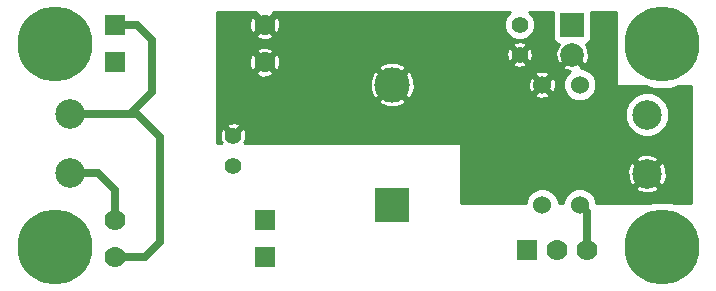
<source format=gbl>
G04 (created by PCBNEW-RS274X (2012-01-19 BZR 3256)-stable) date 7/9/2012 4:42:01 PM*
G01*
G70*
G90*
%MOIN*%
G04 Gerber Fmt 3.4, Leading zero omitted, Abs format*
%FSLAX34Y34*%
G04 APERTURE LIST*
%ADD10C,0.006000*%
%ADD11C,0.098400*%
%ADD12C,0.060000*%
%ADD13C,0.070000*%
%ADD14R,0.070000X0.070000*%
%ADD15C,0.055000*%
%ADD16R,0.118100X0.118100*%
%ADD17C,0.118100*%
%ADD18C,0.250000*%
%ADD19R,0.078700X0.078700*%
%ADD20C,0.078700*%
%ADD21C,0.025000*%
%ADD22C,0.010000*%
G04 APERTURE END LIST*
G54D10*
G54D11*
X41000Y-26200D03*
X41000Y-24231D03*
X60250Y-24250D03*
X60250Y-26219D03*
G54D12*
X58000Y-27250D03*
X58000Y-23250D03*
X56750Y-27250D03*
X56750Y-23250D03*
G54D13*
X47500Y-22500D03*
G54D14*
X42500Y-22500D03*
G54D13*
X47500Y-21250D03*
G54D14*
X42500Y-21250D03*
G54D13*
X42500Y-27750D03*
G54D14*
X47500Y-27750D03*
G54D13*
X42500Y-29000D03*
G54D14*
X47500Y-29000D03*
G54D15*
X56000Y-21250D03*
X56000Y-22250D03*
G54D16*
X51750Y-27250D03*
G54D17*
X51750Y-23250D03*
G54D18*
X40500Y-21900D03*
X60750Y-21900D03*
X40500Y-28650D03*
X60750Y-28650D03*
G54D13*
X58250Y-28750D03*
X57250Y-28750D03*
G54D14*
X56250Y-28750D03*
G54D19*
X57750Y-21250D03*
G54D20*
X57750Y-22250D03*
G54D15*
X46450Y-25950D03*
X46450Y-24950D03*
G54D21*
X42500Y-26750D02*
X42500Y-27750D01*
X41950Y-26200D02*
X42500Y-26750D01*
X41000Y-26200D02*
X41950Y-26200D01*
X44000Y-28500D02*
X43500Y-29000D01*
X44000Y-25000D02*
X44000Y-28500D01*
X43019Y-24231D02*
X43750Y-23500D01*
X43750Y-23500D02*
X43750Y-21750D01*
X43231Y-24231D02*
X44000Y-25000D01*
X41000Y-24231D02*
X43019Y-24231D01*
X43250Y-21250D02*
X42500Y-21250D01*
X43500Y-29000D02*
X42500Y-29000D01*
X41000Y-24231D02*
X43231Y-24231D01*
X43750Y-21750D02*
X43250Y-21250D01*
X58250Y-28750D02*
X58250Y-27500D01*
X58250Y-27500D02*
X58000Y-27250D01*
G54D10*
G36*
X61700Y-27200D02*
X61168Y-27200D01*
X61050Y-27151D01*
X60992Y-27150D01*
X60992Y-24398D01*
X60992Y-24103D01*
X60879Y-23830D01*
X60671Y-23621D01*
X60398Y-23508D01*
X60103Y-23508D01*
X59830Y-23621D01*
X59621Y-23829D01*
X59508Y-24102D01*
X59508Y-24397D01*
X59621Y-24670D01*
X59829Y-24879D01*
X60102Y-24992D01*
X60397Y-24992D01*
X60670Y-24879D01*
X60879Y-24671D01*
X60992Y-24398D01*
X60992Y-27150D01*
X60903Y-27150D01*
X60903Y-26324D01*
X60894Y-26066D01*
X60814Y-25872D01*
X60722Y-25818D01*
X60651Y-25889D01*
X60651Y-25747D01*
X60597Y-25655D01*
X60355Y-25566D01*
X60097Y-25575D01*
X59903Y-25655D01*
X59849Y-25747D01*
X60250Y-26148D01*
X60651Y-25747D01*
X60651Y-25889D01*
X60321Y-26219D01*
X60722Y-26620D01*
X60814Y-26566D01*
X60903Y-26324D01*
X60903Y-27150D01*
X60651Y-27150D01*
X60651Y-26691D01*
X60250Y-26290D01*
X60179Y-26361D01*
X60179Y-26219D01*
X59778Y-25818D01*
X59686Y-25872D01*
X59597Y-26114D01*
X59606Y-26372D01*
X59686Y-26566D01*
X59778Y-26620D01*
X60179Y-26219D01*
X60179Y-26361D01*
X59849Y-26691D01*
X59903Y-26783D01*
X60145Y-26872D01*
X60403Y-26863D01*
X60597Y-26783D01*
X60651Y-26691D01*
X60651Y-27150D01*
X60453Y-27150D01*
X60332Y-27200D01*
X58549Y-27200D01*
X58549Y-27141D01*
X58549Y-23359D01*
X58549Y-23141D01*
X58465Y-22939D01*
X58311Y-22785D01*
X58306Y-22782D01*
X58109Y-22701D01*
X58054Y-22701D01*
X58081Y-22652D01*
X57750Y-22321D01*
X57679Y-22392D01*
X57419Y-22652D01*
X57462Y-22732D01*
X57668Y-22806D01*
X57535Y-22939D01*
X57451Y-23141D01*
X57451Y-23359D01*
X57535Y-23561D01*
X57689Y-23715D01*
X57891Y-23799D01*
X58109Y-23799D01*
X58311Y-23715D01*
X58465Y-23561D01*
X58549Y-23359D01*
X58549Y-27141D01*
X58465Y-26939D01*
X58311Y-26785D01*
X58109Y-26701D01*
X57891Y-26701D01*
X57689Y-26785D01*
X57535Y-26939D01*
X57451Y-27141D01*
X57451Y-27200D01*
X57299Y-27200D01*
X57299Y-27141D01*
X57215Y-26939D01*
X57215Y-23311D01*
X57203Y-23128D01*
X57157Y-23016D01*
X57086Y-22985D01*
X57015Y-23056D01*
X57015Y-22914D01*
X56984Y-22843D01*
X56811Y-22785D01*
X56628Y-22797D01*
X56516Y-22843D01*
X56485Y-22914D01*
X56750Y-23179D01*
X57015Y-22914D01*
X57015Y-23056D01*
X56821Y-23250D01*
X57086Y-23515D01*
X57157Y-23484D01*
X57215Y-23311D01*
X57215Y-26939D01*
X57061Y-26785D01*
X57015Y-26765D01*
X57015Y-23586D01*
X56750Y-23321D01*
X56679Y-23392D01*
X56679Y-23250D01*
X56442Y-23013D01*
X56442Y-22304D01*
X56429Y-22131D01*
X56387Y-22031D01*
X56317Y-22003D01*
X56247Y-22073D01*
X56247Y-21933D01*
X56219Y-21863D01*
X56054Y-21808D01*
X55881Y-21821D01*
X55781Y-21863D01*
X55753Y-21933D01*
X56000Y-22179D01*
X56247Y-21933D01*
X56247Y-22073D01*
X56071Y-22250D01*
X56317Y-22497D01*
X56387Y-22469D01*
X56442Y-22304D01*
X56442Y-23013D01*
X56414Y-22985D01*
X56343Y-23016D01*
X56285Y-23189D01*
X56297Y-23372D01*
X56343Y-23484D01*
X56414Y-23515D01*
X56679Y-23250D01*
X56679Y-23392D01*
X56485Y-23586D01*
X56516Y-23657D01*
X56689Y-23715D01*
X56872Y-23703D01*
X56984Y-23657D01*
X57015Y-23586D01*
X57015Y-26765D01*
X56859Y-26701D01*
X56641Y-26701D01*
X56439Y-26785D01*
X56285Y-26939D01*
X56247Y-27030D01*
X56247Y-22567D01*
X56000Y-22321D01*
X55929Y-22391D01*
X55929Y-22250D01*
X55683Y-22003D01*
X55613Y-22031D01*
X55558Y-22196D01*
X55571Y-22369D01*
X55613Y-22469D01*
X55683Y-22497D01*
X55929Y-22250D01*
X55929Y-22391D01*
X55753Y-22567D01*
X55781Y-22637D01*
X55946Y-22692D01*
X56119Y-22679D01*
X56219Y-22637D01*
X56247Y-22567D01*
X56247Y-27030D01*
X56201Y-27141D01*
X56201Y-27200D01*
X54050Y-27200D01*
X54050Y-25200D01*
X52499Y-25200D01*
X52499Y-23378D01*
X52491Y-23082D01*
X52393Y-22845D01*
X52292Y-22779D01*
X52221Y-22850D01*
X52221Y-22708D01*
X52155Y-22607D01*
X51878Y-22501D01*
X51582Y-22509D01*
X51345Y-22607D01*
X51279Y-22708D01*
X51750Y-23179D01*
X52221Y-22708D01*
X52221Y-22850D01*
X51821Y-23250D01*
X52292Y-23721D01*
X52393Y-23655D01*
X52499Y-23378D01*
X52499Y-25200D01*
X52221Y-25200D01*
X52221Y-23792D01*
X51750Y-23321D01*
X51679Y-23392D01*
X51679Y-23250D01*
X51208Y-22779D01*
X51107Y-22845D01*
X51001Y-23122D01*
X51009Y-23418D01*
X51107Y-23655D01*
X51208Y-23721D01*
X51679Y-23250D01*
X51679Y-23392D01*
X51279Y-23792D01*
X51345Y-23893D01*
X51622Y-23999D01*
X51918Y-23991D01*
X52155Y-23893D01*
X52221Y-23792D01*
X52221Y-25200D01*
X48015Y-25200D01*
X48015Y-22572D01*
X48015Y-21322D01*
X48003Y-21120D01*
X47948Y-20986D01*
X47871Y-20949D01*
X47571Y-21250D01*
X47871Y-21551D01*
X47948Y-21514D01*
X48015Y-21322D01*
X48015Y-22572D01*
X48003Y-22370D01*
X47948Y-22236D01*
X47871Y-22199D01*
X47801Y-22269D01*
X47801Y-22129D01*
X47801Y-21621D01*
X47500Y-21321D01*
X47429Y-21391D01*
X47429Y-21250D01*
X47129Y-20949D01*
X47052Y-20986D01*
X46985Y-21178D01*
X46997Y-21380D01*
X47052Y-21514D01*
X47129Y-21551D01*
X47429Y-21250D01*
X47429Y-21391D01*
X47199Y-21621D01*
X47236Y-21698D01*
X47428Y-21765D01*
X47630Y-21753D01*
X47764Y-21698D01*
X47801Y-21621D01*
X47801Y-22129D01*
X47764Y-22052D01*
X47572Y-21985D01*
X47370Y-21997D01*
X47236Y-22052D01*
X47199Y-22129D01*
X47500Y-22429D01*
X47801Y-22129D01*
X47801Y-22269D01*
X47571Y-22500D01*
X47871Y-22801D01*
X47948Y-22764D01*
X48015Y-22572D01*
X48015Y-25200D01*
X47801Y-25200D01*
X47801Y-22871D01*
X47500Y-22571D01*
X47429Y-22641D01*
X47429Y-22500D01*
X47129Y-22199D01*
X47052Y-22236D01*
X46985Y-22428D01*
X46997Y-22630D01*
X47052Y-22764D01*
X47129Y-22801D01*
X47429Y-22500D01*
X47429Y-22641D01*
X47199Y-22871D01*
X47236Y-22948D01*
X47428Y-23015D01*
X47630Y-23003D01*
X47764Y-22948D01*
X47801Y-22871D01*
X47801Y-25200D01*
X46892Y-25200D01*
X46839Y-25200D01*
X46840Y-25199D01*
X46817Y-25176D01*
X46837Y-25169D01*
X46892Y-25004D01*
X46879Y-24831D01*
X46837Y-24731D01*
X46767Y-24703D01*
X46697Y-24773D01*
X46697Y-24633D01*
X46669Y-24563D01*
X46504Y-24508D01*
X46331Y-24521D01*
X46231Y-24563D01*
X46203Y-24633D01*
X46450Y-24879D01*
X46697Y-24633D01*
X46697Y-24773D01*
X46521Y-24950D01*
X46450Y-25021D01*
X46379Y-24950D01*
X46344Y-24915D01*
X46133Y-24703D01*
X46063Y-24731D01*
X46008Y-24896D01*
X46021Y-25069D01*
X46063Y-25169D01*
X46082Y-25176D01*
X46060Y-25199D01*
X46061Y-25200D01*
X45900Y-25200D01*
X45900Y-20825D01*
X47224Y-20825D01*
X47199Y-20879D01*
X47500Y-21179D01*
X47801Y-20879D01*
X47775Y-20825D01*
X55682Y-20825D01*
X55555Y-20952D01*
X55475Y-21145D01*
X55475Y-21354D01*
X55555Y-21547D01*
X55702Y-21695D01*
X55895Y-21775D01*
X56104Y-21775D01*
X56297Y-21695D01*
X56445Y-21548D01*
X56525Y-21355D01*
X56525Y-21146D01*
X56445Y-20953D01*
X56317Y-20825D01*
X57108Y-20825D01*
X57108Y-20906D01*
X57108Y-21692D01*
X57146Y-21784D01*
X57216Y-21854D01*
X57300Y-21889D01*
X57274Y-21916D01*
X57301Y-21943D01*
X57268Y-21962D01*
X57194Y-22168D01*
X57206Y-22387D01*
X57268Y-22538D01*
X57348Y-22581D01*
X57644Y-22285D01*
X57679Y-22250D01*
X57750Y-22179D01*
X57821Y-22250D01*
X57856Y-22285D01*
X58152Y-22581D01*
X58232Y-22538D01*
X58306Y-22332D01*
X58294Y-22113D01*
X58232Y-21962D01*
X58198Y-21943D01*
X58226Y-21916D01*
X58199Y-21889D01*
X58284Y-21854D01*
X58354Y-21784D01*
X58392Y-21693D01*
X58392Y-21594D01*
X58392Y-20825D01*
X59200Y-20825D01*
X59200Y-23300D01*
X60210Y-23300D01*
X60450Y-23399D01*
X61047Y-23400D01*
X61288Y-23300D01*
X61700Y-23300D01*
X61700Y-27200D01*
X61700Y-27200D01*
G37*
G54D22*
X61700Y-27200D02*
X61168Y-27200D01*
X61050Y-27151D01*
X60992Y-27150D01*
X60992Y-24398D01*
X60992Y-24103D01*
X60879Y-23830D01*
X60671Y-23621D01*
X60398Y-23508D01*
X60103Y-23508D01*
X59830Y-23621D01*
X59621Y-23829D01*
X59508Y-24102D01*
X59508Y-24397D01*
X59621Y-24670D01*
X59829Y-24879D01*
X60102Y-24992D01*
X60397Y-24992D01*
X60670Y-24879D01*
X60879Y-24671D01*
X60992Y-24398D01*
X60992Y-27150D01*
X60903Y-27150D01*
X60903Y-26324D01*
X60894Y-26066D01*
X60814Y-25872D01*
X60722Y-25818D01*
X60651Y-25889D01*
X60651Y-25747D01*
X60597Y-25655D01*
X60355Y-25566D01*
X60097Y-25575D01*
X59903Y-25655D01*
X59849Y-25747D01*
X60250Y-26148D01*
X60651Y-25747D01*
X60651Y-25889D01*
X60321Y-26219D01*
X60722Y-26620D01*
X60814Y-26566D01*
X60903Y-26324D01*
X60903Y-27150D01*
X60651Y-27150D01*
X60651Y-26691D01*
X60250Y-26290D01*
X60179Y-26361D01*
X60179Y-26219D01*
X59778Y-25818D01*
X59686Y-25872D01*
X59597Y-26114D01*
X59606Y-26372D01*
X59686Y-26566D01*
X59778Y-26620D01*
X60179Y-26219D01*
X60179Y-26361D01*
X59849Y-26691D01*
X59903Y-26783D01*
X60145Y-26872D01*
X60403Y-26863D01*
X60597Y-26783D01*
X60651Y-26691D01*
X60651Y-27150D01*
X60453Y-27150D01*
X60332Y-27200D01*
X58549Y-27200D01*
X58549Y-27141D01*
X58549Y-23359D01*
X58549Y-23141D01*
X58465Y-22939D01*
X58311Y-22785D01*
X58306Y-22782D01*
X58109Y-22701D01*
X58054Y-22701D01*
X58081Y-22652D01*
X57750Y-22321D01*
X57679Y-22392D01*
X57419Y-22652D01*
X57462Y-22732D01*
X57668Y-22806D01*
X57535Y-22939D01*
X57451Y-23141D01*
X57451Y-23359D01*
X57535Y-23561D01*
X57689Y-23715D01*
X57891Y-23799D01*
X58109Y-23799D01*
X58311Y-23715D01*
X58465Y-23561D01*
X58549Y-23359D01*
X58549Y-27141D01*
X58465Y-26939D01*
X58311Y-26785D01*
X58109Y-26701D01*
X57891Y-26701D01*
X57689Y-26785D01*
X57535Y-26939D01*
X57451Y-27141D01*
X57451Y-27200D01*
X57299Y-27200D01*
X57299Y-27141D01*
X57215Y-26939D01*
X57215Y-23311D01*
X57203Y-23128D01*
X57157Y-23016D01*
X57086Y-22985D01*
X57015Y-23056D01*
X57015Y-22914D01*
X56984Y-22843D01*
X56811Y-22785D01*
X56628Y-22797D01*
X56516Y-22843D01*
X56485Y-22914D01*
X56750Y-23179D01*
X57015Y-22914D01*
X57015Y-23056D01*
X56821Y-23250D01*
X57086Y-23515D01*
X57157Y-23484D01*
X57215Y-23311D01*
X57215Y-26939D01*
X57061Y-26785D01*
X57015Y-26765D01*
X57015Y-23586D01*
X56750Y-23321D01*
X56679Y-23392D01*
X56679Y-23250D01*
X56442Y-23013D01*
X56442Y-22304D01*
X56429Y-22131D01*
X56387Y-22031D01*
X56317Y-22003D01*
X56247Y-22073D01*
X56247Y-21933D01*
X56219Y-21863D01*
X56054Y-21808D01*
X55881Y-21821D01*
X55781Y-21863D01*
X55753Y-21933D01*
X56000Y-22179D01*
X56247Y-21933D01*
X56247Y-22073D01*
X56071Y-22250D01*
X56317Y-22497D01*
X56387Y-22469D01*
X56442Y-22304D01*
X56442Y-23013D01*
X56414Y-22985D01*
X56343Y-23016D01*
X56285Y-23189D01*
X56297Y-23372D01*
X56343Y-23484D01*
X56414Y-23515D01*
X56679Y-23250D01*
X56679Y-23392D01*
X56485Y-23586D01*
X56516Y-23657D01*
X56689Y-23715D01*
X56872Y-23703D01*
X56984Y-23657D01*
X57015Y-23586D01*
X57015Y-26765D01*
X56859Y-26701D01*
X56641Y-26701D01*
X56439Y-26785D01*
X56285Y-26939D01*
X56247Y-27030D01*
X56247Y-22567D01*
X56000Y-22321D01*
X55929Y-22391D01*
X55929Y-22250D01*
X55683Y-22003D01*
X55613Y-22031D01*
X55558Y-22196D01*
X55571Y-22369D01*
X55613Y-22469D01*
X55683Y-22497D01*
X55929Y-22250D01*
X55929Y-22391D01*
X55753Y-22567D01*
X55781Y-22637D01*
X55946Y-22692D01*
X56119Y-22679D01*
X56219Y-22637D01*
X56247Y-22567D01*
X56247Y-27030D01*
X56201Y-27141D01*
X56201Y-27200D01*
X54050Y-27200D01*
X54050Y-25200D01*
X52499Y-25200D01*
X52499Y-23378D01*
X52491Y-23082D01*
X52393Y-22845D01*
X52292Y-22779D01*
X52221Y-22850D01*
X52221Y-22708D01*
X52155Y-22607D01*
X51878Y-22501D01*
X51582Y-22509D01*
X51345Y-22607D01*
X51279Y-22708D01*
X51750Y-23179D01*
X52221Y-22708D01*
X52221Y-22850D01*
X51821Y-23250D01*
X52292Y-23721D01*
X52393Y-23655D01*
X52499Y-23378D01*
X52499Y-25200D01*
X52221Y-25200D01*
X52221Y-23792D01*
X51750Y-23321D01*
X51679Y-23392D01*
X51679Y-23250D01*
X51208Y-22779D01*
X51107Y-22845D01*
X51001Y-23122D01*
X51009Y-23418D01*
X51107Y-23655D01*
X51208Y-23721D01*
X51679Y-23250D01*
X51679Y-23392D01*
X51279Y-23792D01*
X51345Y-23893D01*
X51622Y-23999D01*
X51918Y-23991D01*
X52155Y-23893D01*
X52221Y-23792D01*
X52221Y-25200D01*
X48015Y-25200D01*
X48015Y-22572D01*
X48015Y-21322D01*
X48003Y-21120D01*
X47948Y-20986D01*
X47871Y-20949D01*
X47571Y-21250D01*
X47871Y-21551D01*
X47948Y-21514D01*
X48015Y-21322D01*
X48015Y-22572D01*
X48003Y-22370D01*
X47948Y-22236D01*
X47871Y-22199D01*
X47801Y-22269D01*
X47801Y-22129D01*
X47801Y-21621D01*
X47500Y-21321D01*
X47429Y-21391D01*
X47429Y-21250D01*
X47129Y-20949D01*
X47052Y-20986D01*
X46985Y-21178D01*
X46997Y-21380D01*
X47052Y-21514D01*
X47129Y-21551D01*
X47429Y-21250D01*
X47429Y-21391D01*
X47199Y-21621D01*
X47236Y-21698D01*
X47428Y-21765D01*
X47630Y-21753D01*
X47764Y-21698D01*
X47801Y-21621D01*
X47801Y-22129D01*
X47764Y-22052D01*
X47572Y-21985D01*
X47370Y-21997D01*
X47236Y-22052D01*
X47199Y-22129D01*
X47500Y-22429D01*
X47801Y-22129D01*
X47801Y-22269D01*
X47571Y-22500D01*
X47871Y-22801D01*
X47948Y-22764D01*
X48015Y-22572D01*
X48015Y-25200D01*
X47801Y-25200D01*
X47801Y-22871D01*
X47500Y-22571D01*
X47429Y-22641D01*
X47429Y-22500D01*
X47129Y-22199D01*
X47052Y-22236D01*
X46985Y-22428D01*
X46997Y-22630D01*
X47052Y-22764D01*
X47129Y-22801D01*
X47429Y-22500D01*
X47429Y-22641D01*
X47199Y-22871D01*
X47236Y-22948D01*
X47428Y-23015D01*
X47630Y-23003D01*
X47764Y-22948D01*
X47801Y-22871D01*
X47801Y-25200D01*
X46892Y-25200D01*
X46839Y-25200D01*
X46840Y-25199D01*
X46817Y-25176D01*
X46837Y-25169D01*
X46892Y-25004D01*
X46879Y-24831D01*
X46837Y-24731D01*
X46767Y-24703D01*
X46697Y-24773D01*
X46697Y-24633D01*
X46669Y-24563D01*
X46504Y-24508D01*
X46331Y-24521D01*
X46231Y-24563D01*
X46203Y-24633D01*
X46450Y-24879D01*
X46697Y-24633D01*
X46697Y-24773D01*
X46521Y-24950D01*
X46450Y-25021D01*
X46379Y-24950D01*
X46344Y-24915D01*
X46133Y-24703D01*
X46063Y-24731D01*
X46008Y-24896D01*
X46021Y-25069D01*
X46063Y-25169D01*
X46082Y-25176D01*
X46060Y-25199D01*
X46061Y-25200D01*
X45900Y-25200D01*
X45900Y-20825D01*
X47224Y-20825D01*
X47199Y-20879D01*
X47500Y-21179D01*
X47801Y-20879D01*
X47775Y-20825D01*
X55682Y-20825D01*
X55555Y-20952D01*
X55475Y-21145D01*
X55475Y-21354D01*
X55555Y-21547D01*
X55702Y-21695D01*
X55895Y-21775D01*
X56104Y-21775D01*
X56297Y-21695D01*
X56445Y-21548D01*
X56525Y-21355D01*
X56525Y-21146D01*
X56445Y-20953D01*
X56317Y-20825D01*
X57108Y-20825D01*
X57108Y-20906D01*
X57108Y-21692D01*
X57146Y-21784D01*
X57216Y-21854D01*
X57300Y-21889D01*
X57274Y-21916D01*
X57301Y-21943D01*
X57268Y-21962D01*
X57194Y-22168D01*
X57206Y-22387D01*
X57268Y-22538D01*
X57348Y-22581D01*
X57644Y-22285D01*
X57679Y-22250D01*
X57750Y-22179D01*
X57821Y-22250D01*
X57856Y-22285D01*
X58152Y-22581D01*
X58232Y-22538D01*
X58306Y-22332D01*
X58294Y-22113D01*
X58232Y-21962D01*
X58198Y-21943D01*
X58226Y-21916D01*
X58199Y-21889D01*
X58284Y-21854D01*
X58354Y-21784D01*
X58392Y-21693D01*
X58392Y-21594D01*
X58392Y-20825D01*
X59200Y-20825D01*
X59200Y-23300D01*
X60210Y-23300D01*
X60450Y-23399D01*
X61047Y-23400D01*
X61288Y-23300D01*
X61700Y-23300D01*
X61700Y-27200D01*
M02*

</source>
